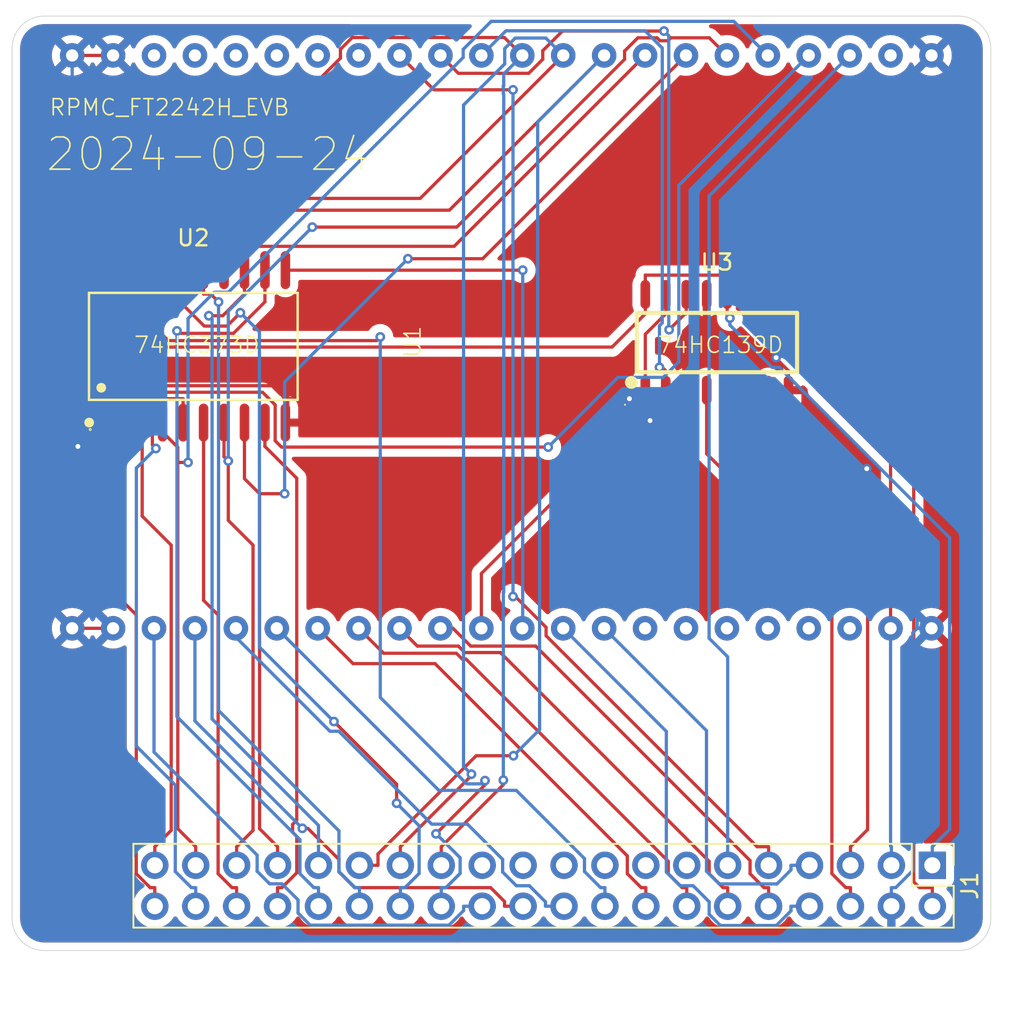
<source format=kicad_pcb>
(kicad_pcb (version 20240108) (generator "pcbnew") (generator_version "8.0")
  (layers (0 "F.Cu" signal) (31 "B.Cu" signal) (34 "B.Paste" user) (35 "F.Paste" user) (36 "B.SilkS" user "B.Silkscreen") (37 "F.SilkS" user "F.Silkscreen") (38 "B.Mask" user) (39 "F.Mask" user) (44 "Edge.Cuts" user))
  (net 0 "")
  (net 1 "/A9")
  (net 2 "/INT")
  (net 3 "/A4")
  (net 4 "/A14")
  (net 5 "/SLTSL_0")
  (net 6 "/D4")
  (net 7 "/SLTSL_1")
  (net 8 "/A13")
  (net 9 "/M1")
  (net 10 "/A7")
  (net 11 "/D7")
  (net 12 "/A3")
  (net 13 "/D5")
  (net 14 "/D0")
  (net 15 "GND")
  (net 16 "/+5V")
  (net 17 "/D6")
  (net 18 "/RFSH")
  (net 19 "/IORQ")
  (net 20 "/A5")
  (net 21 "/MREQ")
  (net 22 "/A8")
  (net 23 "/A15")
  (net 24 "/RD")
  (net 25 "/D1")
  (net 26 "/A2")
  (net 27 "/A0")
  (net 28 "/WAIT")
  (net 29 "/A12")
  (net 30 "/D3")
  (net 31 "/RESET")
  (net 32 "/A10")
  (net 33 "/WR")
  (net 34 "/A11")
  (net 35 "/CLOCK")
  (net 36 "/A6")
  (net 37 "/A1")
  (net 38 "/D2")
  (net 39 "/SOUNDIN")
  (net 40 "/BUSDIR")
  (net 49 "/ALE")
  (net 50 "/CS")
  (net 52 "/SLT")
  (net 57 "/M_IO")
  (footprint "footprint:FT2232H_EVB" (layer "F.Cu") (at 129.09 71.97 90)
    (property "Reference" "U1")
    (property "Value" "~")
  )
  (footprint "footprint:SOIC-20_L13.0-W7.6-P1.27-LS10.3-BL" (layer "F.Cu") (at 113.75 72.25)
    (property "Reference" "U2")
    (property "Value" "74HC373")
  )
  (footprint "footprint:SOIC-16_L10.8-W4.5-P1.27-LS6.8-BL" (layer "F.Cu") (at 146.25 72)
    (property "Reference" "U3")
    (property "Value" "74LS139")
  )
  (footprint "Connector_PinHeader_2.54mm:PinHeader_2x20_P2.54mm_Vertical" (layer "F.Cu") (at 159.62 104.46 -90)
    (property "Reference" "J1")
    (property "Value" "Conn_02x20_Odd_Even")
  )
  (gr_line (start 102.5 107.75) (end 102.5 53.75) (stroke (width 0.05)) (layer "Edge.Cuts"))
  (gr_line (start 163.25 53.75) (end 163.25 107.75) (stroke (width 0.05)) (layer "Edge.Cuts"))
  (gr_arc (start 102.5 53.75) (mid 103.085786 52.335786) (end 104.5 51.75) (stroke (width 0.05)) (layer "Edge.Cuts"))
  (gr_arc (start 161.25 51.75) (mid 162.664214 52.335786) (end 163.25 53.75) (stroke (width 0.05)) (layer "Edge.Cuts"))
  (gr_line (start 161.25 109.75) (end 104.5 109.75) (stroke (width 0.05)) (layer "Edge.Cuts"))
  (gr_arc (start 104.5 109.75) (mid 103.085786 109.164214) (end 102.5 107.75) (stroke (width 0.05)) (layer "Edge.Cuts"))
  (gr_line (start 104.5 51.75) (end 161.25 51.75) (stroke (width 0.05)) (layer "Edge.Cuts"))
  (gr_arc (start 163.25 107.75) (mid 162.664214 109.164214) (end 161.25 109.75) (stroke (width 0.05)) (layer "Edge.Cuts"))
  (gr_text "74HC373D" (at 110 72.75 0) (layer "F.SilkS") (effects (font (size 1 1) (thickness 0.1)) (justify left bottom)))
  (gr_text "2024-09-24" (at 104.5 61.5 0) (layer "F.SilkS") (effects (font (size 2 2) (thickness 0.1)) (justify left bottom)))
  (gr_text "74HC139D" (at 142.5 72.75 0) (layer "F.SilkS") (effects (font (size 1 1) (thickness 0.1)) (justify left bottom)))
  (gr_text "RPMC_FT2242H_EVB" (at 104.75 58 0) (layer "F.SilkS") (effects (font (size 1 1) (thickness 0.1)) (justify left bottom)))
  (segment (start 132.2046 105.8483) (end 123.7599 105.8483) (width 0.2) (layer "F.Cu") (net 1))
  (segment (start 122.79 104.8784) (end 122.79 104.0975) (width 0.2) (layer "F.Cu") (net 1))
  (segment (start 133.0683 106.712) (end 132.2046 105.8483) (width 0.2) (layer "F.Cu") (net 1))
  (segment (start 122.79 104.0975) (end 120.8596 102.1671) (width 0.2) (layer "F.Cu") (net 1))
  (segment (start 120.8596 102.1671) (end 120.5165 102.1671) (width 0.2) (layer "F.Cu") (net 1))
  (segment (start 123.7599 105.8483) (end 122.79 104.8784) (width 0.2) (layer "F.Cu") (net 1))
  (segment (start 134.22 107) (end 133.0683 107) (width 0.2) (layer "F.Cu") (net 1))
  (segment (start 133.0683 107) (end 133.0683 106.712) (width 0.2) (layer "F.Cu") (net 1))
  (via (at 120.5165 102.1671) (size 0.6) (drill 0.3) (layers "F.Cu" "B.Cu") (net 1))
  (segment (start 113.85 89.75) (end 113.85 95.5006) (width 0.2) (layer "B.Cu") (net 1))
  (segment (start 113.85 95.5006) (end 120.5165 102.1671) (width 0.2) (layer "B.Cu") (net 1))
  (segment (start 116.2421 71.4409) (end 112.8865 71.4409) (width 0.2) (layer "F.Cu") (net 3))
  (segment (start 112.8865 71.4409) (end 112.7358 71.2902) (width 0.2) (layer "F.Cu") (net 3))
  (segment (start 118.195 67.52) (end 118.195 69.488) (width 0.2) (layer "F.Cu") (net 3))
  (segment (start 118.195 69.488) (end 116.2421 71.4409) (width 0.2) (layer "F.Cu") (net 3))
  (via (at 112.7358 71.2902) (size 0.6) (drill 0.3) (layers "F.Cu" "B.Cu") (net 3))
  (segment (start 120.3683 102.8697) (end 120.3683 104.9846) (width 0.2) (layer "B.Cu") (net 3))
  (segment (start 112.7358 71.2902) (end 112.7358 95.2372) (width 0.2) (layer "B.Cu") (net 3))
  (segment (start 121.232 105.8483) (end 121.52 105.8483) (width 0.2) (layer "B.Cu") (net 3))
  (segment (start 112.7358 95.2372) (end 120.3683 102.8697) (width 0.2) (layer "B.Cu") (net 3))
  (segment (start 121.52 107) (end 121.52 105.8483) (width 0.2) (layer "B.Cu") (net 3))
  (segment (start 120.3683 104.9846) (end 121.232 105.8483) (width 0.2) (layer "B.Cu") (net 3))
  (segment (start 146.632 105.8483) (end 146.92 105.8483) (width 0.2) (layer "F.Cu") (net 4))
  (segment (start 127.6548 90.8548) (end 130.2013 90.8548) (width 0.2) (layer "F.Cu") (net 4))
  (segment (start 145.7683 104.9846) (end 146.632 105.8483) (width 0.2) (layer "F.Cu") (net 4))
  (segment (start 130.2013 90.8548) (end 130.6015 91.255) (width 0.2) (layer "F.Cu") (net 4))
  (segment (start 132.8077 91.255) (end 145.7683 104.2156) (width 0.2) (layer "F.Cu") (net 4))
  (segment (start 130.6015 91.255) (end 132.8077 91.255) (width 0.2) (layer "F.Cu") (net 4))
  (segment (start 146.92 107) (end 146.92 105.8483) (width 0.2) (layer "F.Cu") (net 4))
  (segment (start 145.7683 104.2156) (end 145.7683 104.9846) (width 0.2) (layer "F.Cu") (net 4))
  (segment (start 126.55 89.75) (end 127.6548 90.8548) (width 0.2) (layer "F.Cu") (net 4))
  (segment (start 146.885 69.0282) (end 146.885 70.3226) (width 0.2) (layer "F.Cu") (net 5))
  (segment (start 146.885 70.3226) (end 147.0554 70.493) (width 0.2) (layer "F.Cu") (net 5))
  (via (at 147.0554 70.493) (size 0.6) (drill 0.3) (layers "F.Cu" "B.Cu") (net 5))
  (segment (start 159.62 103.3083) (end 160.6946 102.2337) (width 0.2) (layer "B.Cu") (net 5))
  (segment (start 160.6946 102.2337) (end 160.6946 84.1299) (width 0.2) (layer "B.Cu") (net 5))
  (segment (start 147.0554 70.926) (end 147.0554 70.493) (width 0.2) (layer "B.Cu") (net 5))
  (segment (start 159.62 104.46) (end 159.62 103.3083) (width 0.2) (layer "B.Cu") (net 5))
  (segment (start 160.6946 84.1299) (end 150.1137 73.549) (width 0.2) (layer "B.Cu") (net 5))
  (segment (start 149.6784 73.549) (end 147.0554 70.926) (width 0.2) (layer "B.Cu") (net 5))
  (segment (start 150.1137 73.549) (end 149.6784 73.549) (width 0.2) (layer "B.Cu") (net 5))
  (segment (start 115.5777 70.349) (end 114.7134 70.349) (width 0.2) (layer "F.Cu") (net 6))
  (segment (start 129.9417 66.0383) (end 141.79 54.19) (width 0.2) (layer "F.Cu") (net 6))
  (segment (start 116.925 66.0383) (end 129.9417 66.0383) (width 0.2) (layer "F.Cu") (net 6))
  (segment (start 116.925 69.0017) (end 115.5777 70.349) (width 0.2) (layer "F.Cu") (net 6))
  (segment (start 116.925 66.7791) (end 116.925 66.0383) (width 0.2) (layer "F.Cu") (net 6))
  (segment (start 116.925 66.7791) (end 116.925 67.52) (width 0.2) (layer "F.Cu") (net 6))
  (segment (start 116.925 67.52) (end 116.925 69.0017) (width 0.2) (layer "F.Cu") (net 6))
  (via (at 114.7134 70.349) (size 0.6) (drill 0.3) (layers "F.Cu" "B.Cu") (net 6))
  (segment (start 121.52 104.46) (end 121.52 103.3083) (width 0.2) (layer "B.Cu") (net 6))
  (segment (start 121.5199 101.9848) (end 121.5199 103.3083) (width 0.2) (layer "B.Cu") (net 6))
  (segment (start 114.9137 95.3786) (end 121.5199 101.9848) (width 0.2) (layer "B.Cu") (net 6))
  (segment (start 114.7134 70.349) (end 114.9137 70.5493) (width 0.2) (layer "B.Cu") (net 6))
  (segment (start 121.5199 103.3083) (end 121.52 103.3083) (width 0.2) (layer "B.Cu") (net 6))
  (segment (start 114.9137 70.5493) (end 114.9137 95.3786) (width 0.2) (layer "B.Cu") (net 6))
  (segment (start 159.62 105.8483) (end 158.8282 105.8483) (width 0.2) (layer "F.Cu") (net 7))
  (segment (start 148.1565 69.0297) (end 148.155 69.0282) (width 0.2) (layer "F.Cu") (net 7))
  (segment (start 158.4683 80.069) (end 148.1566 69.7573) (width 0.2) (layer "F.Cu") (net 7))
  (segment (start 158.4683 105.4884) (end 158.4683 80.069) (width 0.2) (layer "F.Cu") (net 7))
  (segment (start 158.8282 105.8483) (end 158.4683 105.4884) (width 0.2) (layer "F.Cu") (net 7))
  (segment (start 148.1566 69.7573) (end 148.1565 69.7573) (width 0.2) (layer "F.Cu") (net 7))
  (segment (start 148.1565 69.7573) (end 148.1565 69.0297) (width 0.2) (layer "F.Cu") (net 7))
  (segment (start 159.62 107) (end 159.62 105.8483) (width 0.2) (layer "F.Cu") (net 7))
  (segment (start 125.5573 91.2973) (end 130.0758 91.2973) (width 0.2) (layer "F.Cu") (net 8))
  (segment (start 130.6723 91.6567) (end 143.2283 104.2127) (width 0.2) (layer "F.Cu") (net 8))
  (segment (start 144.092 105.8483) (end 144.38 105.8483) (width 0.2) (layer "F.Cu") (net 8))
  (segment (start 143.2283 104.2127) (end 143.2283 104.9846) (width 0.2) (layer "F.Cu") (net 8))
  (segment (start 130.4352 91.6567) (end 130.6723 91.6567) (width 0.2) (layer "F.Cu") (net 8))
  (segment (start 143.2283 104.9846) (end 144.092 105.8483) (width 0.2) (layer "F.Cu") (net 8))
  (segment (start 130.0758 91.2973) (end 130.4352 91.6567) (width 0.2) (layer "F.Cu") (net 8))
  (segment (start 144.38 107) (end 144.38 105.8483) (width 0.2) (layer "F.Cu") (net 8))
  (segment (start 124.01 89.75) (end 125.5573 91.2973) (width 0.2) (layer "F.Cu") (net 8))
  (segment (start 131.8556 99.4658) (end 131.8556 99.2037) (width 0.2) (layer "F.Cu") (net 10))
  (segment (start 109.305 67.52) (end 109.305 69.0017) (width 0.2) (layer "F.Cu") (net 10))
  (segment (start 112.1961 71.8928) (end 125.1257 71.8928) (width 0.2) (layer "F.Cu") (net 10))
  (segment (start 109.305 69.0017) (end 112.1961 71.8928) (width 0.2) (layer "F.Cu") (net 10))
  (segment (start 128.8129 102.5085) (end 131.8556 99.4658) (width 0.2) (layer "F.Cu") (net 10))
  (segment (start 125.1257 71.8928) (end 125.3539 71.6646) (width 0.2) (layer "F.Cu") (net 10))
  (via (at 131.8556 99.2037) (size 0.6) (drill 0.3) (layers "F.Cu" "B.Cu") (net 10))
  (via (at 128.8129 102.5085) (size 0.6) (drill 0.3) (layers "F.Cu" "B.Cu") (net 10))
  (via (at 125.3539 71.6646) (size 0.6) (drill 0.3) (layers "F.Cu" "B.Cu") (net 10))
  (segment (start 128.8129 102.5086) (end 128.8129 102.5085) (width 0.2) (layer "B.Cu") (net 10))
  (segment (start 125.3539 71.6646) (end 125.3539 94.0435) (width 0.2) (layer "B.Cu") (net 10))
  (segment (start 130.3109 104.9653) (end 130.3109 103.9918) (width 0.2) (layer "B.Cu") (net 10))
  (segment (start 128.8277 102.5086) (end 128.8129 102.5086) (width 0.2) (layer "B.Cu") (net 10))
  (segment (start 129.4279 105.8483) (end 130.3109 104.9653) (width 0.2) (layer "B.Cu") (net 10))
  (segment (start 130.3109 103.9918) (end 128.8277 102.5086) (width 0.2) (layer "B.Cu") (net 10))
  (segment (start 129.14 105.8483) (end 129.4279 105.8483) (width 0.2) (layer "B.Cu") (net 10))
  (segment (start 125.3539 94.0435) (end 130.717 99.4066) (width 0.2) (layer "B.Cu") (net 10))
  (segment (start 131.6527 99.4066) (end 131.8556 99.2037) (width 0.2) (layer "B.Cu") (net 10))
  (segment (start 130.717 99.4066) (end 131.6527 99.4066) (width 0.2) (layer "B.Cu") (net 10))
  (segment (start 129.14 107) (end 129.14 105.8483) (width 0.2) (layer "B.Cu") (net 10))
  (segment (start 122.8816 53.8141) (end 122.8816 54.3581) (width 0.2) (layer "F.Cu") (net 11))
  (segment (start 132.9929 99.4554) (end 132.9929 99.1751) (width 0.2) (layer "F.Cu") (net 11))
  (segment (start 110.575 67.52) (end 110.575 66.0383) (width 0.2) (layer "F.Cu") (net 11))
  (segment (start 111.2014 66.0383) (end 110.575 66.0383) (width 0.2) (layer "F.Cu") (net 11))
  (segment (start 134.17 54.19) (end 133.0595 53.0795) (width 0.2) (layer "F.Cu") (net 11))
  (segment (start 123.6162 53.0795) (end 122.8816 53.8141) (width 0.2) (layer "F.Cu") (net 11))
  (segment (start 129.14 103.3083) (end 132.9929 99.4554) (width 0.2) (layer "F.Cu") (net 11))
  (segment (start 129.14 104.46) (end 129.14 103.3083) (width 0.2) (layer "F.Cu") (net 11))
  (segment (start 133.0595 53.0795) (end 123.6162 53.0795) (width 0.2) (layer "F.Cu") (net 11))
  (segment (start 122.8816 54.3581) (end 111.2014 66.0383) (width 0.2) (layer "F.Cu") (net 11))
  (via (at 132.9929 99.1751) (size 0.6) (drill 0.3) (layers "F.Cu" "B.Cu") (net 11))
  (segment (start 133.0192 56.6036) (end 133.0192 87.5036) (width 0.2) (layer "B.Cu") (net 11))
  (segment (start 132.9914 56.0776) (end 132.9914 56.5758) (width 0.2) (layer "B.Cu") (net 11))
  (segment (start 133.0192 55.3429) (end 133.0192 56.0498) (width 0.2) (layer "B.Cu") (net 11))
  (segment (start 133.0192 87.5036) (end 132.9929 87.5299) (width 0.2) (layer "B.Cu") (net 11))
  (segment (start 134.17 54.19) (end 134.17 54.1921) (width 0.2) (layer "B.Cu") (net 11))
  (segment (start 133.0192 56.0498) (end 132.9914 56.0776) (width 0.2) (layer "B.Cu") (net 11))
  (segment (start 132.9914 56.5758) (end 133.0192 56.6036) (width 0.2) (layer "B.Cu") (net 11))
  (segment (start 134.17 54.1921) (end 133.0192 55.3429) (width 0.2) (layer "B.Cu") (net 11))
  (segment (start 132.9929 87.5299) (end 132.9929 99.1751) (width 0.2) (layer "B.Cu") (net 11))
  (segment (start 119.2485 105.8483) (end 118.98 105.8483) (width 0.2) (layer "F.Cu") (net 12))
  (segment (start 119.9148 101.918) (end 119.9148 102.4162) (width 0.2) (layer "F.Cu") (net 12))
  (segment (start 118.195 78.4617) (end 120.1705 80.4372) (width 0.2) (layer "F.Cu") (net 12))
  (segment (start 118.98 107) (end 118.98 105.8483) (width 0.2) (layer "F.Cu") (net 12))
  (segment (start 120.1705 80.4372) (end 120.1705 101.6623) (width 0.2) (layer "F.Cu") (net 12))
  (segment (start 118.195 76.98) (end 118.195 78.4617) (width 0.2) (layer "F.Cu") (net 12))
  (segment (start 120.1705 101.6623) (end 119.9148 101.918) (width 0.2) (layer "F.Cu") (net 12))
  (segment (start 119.9148 102.4162) (end 120.1705 102.6719) (width 0.2) (layer "F.Cu") (net 12))
  (segment (start 120.1705 104.9263) (end 119.2485 105.8483) (width 0.2) (layer "F.Cu") (net 12))
  (segment (start 120.1705 102.6719) (end 120.1705 104.9263) (width 0.2) (layer "F.Cu") (net 12))
  (segment (start 115.655 66.0383) (end 117.8965 63.7968) (width 0.2) (layer "F.Cu") (net 13))
  (segment (start 117.8965 63.7968) (end 129.6432 63.7968) (width 0.2) (layer "F.Cu") (net 13))
  (segment (start 125.2117 104.46) (end 125.2117 103.7551) (width 0.2) (layer "F.Cu") (net 13))
  (segment (start 131.3063 97.6605) (end 133.6209 97.6605) (width 0.2) (layer "F.Cu") (net 13))
  (segment (start 124.06 104.46) (end 125.2117 104.46) (width 0.2) (layer "F.Cu") (net 13))
  (segment (start 115.655 67.52) (end 115.655 66.0383) (width 0.2) (layer "F.Cu") (net 13))
  (segment (start 125.2117 103.7551) (end 131.3063 97.6605) (width 0.2) (layer "F.Cu") (net 13))
  (segment (start 129.6432 63.7968) (end 139.25 54.19) (width 0.2) (layer "F.Cu") (net 13))
  (via (at 133.6209 97.6605) (size 0.6) (drill 0.3) (layers "F.Cu" "B.Cu") (net 13))
  (segment (start 135.1248 58.3152) (end 139.25 54.19) (width 0.2) (layer "B.Cu") (net 13))
  (segment (start 133.6209 97.6605) (end 135.243 96.0384) (width 0.2) (layer "B.Cu") (net 13))
  (segment (start 135.243 96.0384) (end 135.243 79.2091) (width 0.2) (layer "B.Cu") (net 13))
  (segment (start 135.243 79.2091) (end 135.1248 79.0909) (width 0.2) (layer "B.Cu") (net 13))
  (segment (start 135.1248 79.0909) (end 135.1248 58.3152) (width 0.2) (layer "B.Cu") (net 13))
  (segment (start 111.36 104.46) (end 111.36 103.3083) (width 0.2) (layer "F.Cu") (net 14))
  (segment (start 118.0445 75.096) (end 118.83 75.8815) (width 0.2) (layer "F.Cu") (net 14))
  (segment (start 110.575 82.7852) (end 110.575 76.98) (width 0.2) (layer "F.Cu") (net 14))
  (segment (start 112.3765 84.5867) (end 110.575 82.7852) (width 0.2) (layer "F.Cu") (net 14))
  (segment (start 118.83 75.8815) (end 118.83 78.1098) (width 0.2) (layer "F.Cu") (net 14))
  (segment (start 110.575 75.4983) (end 110.9773 75.096) (width 0.2) (layer "F.Cu") (net 14))
  (segment (start 119.222 78.5018) (end 135.7776 78.5018) (width 0.2) (layer "F.Cu") (net 14))
  (segment (start 111.36 103.3083) (end 112.3765 102.2918) (width 0.2) (layer "F.Cu") (net 14))
  (segment (start 118.83 78.1098) (end 119.222 78.5018) (width 0.2) (layer "F.Cu") (net 14))
  (segment (start 110.9773 75.096) (end 118.0445 75.096) (width 0.2) (layer "F.Cu") (net 14))
  (segment (start 112.3765 102.2918) (end 112.3765 84.5867) (width 0.2) (layer "F.Cu") (net 14))
  (segment (start 110.575 76.98) (end 110.575 75.4983) (width 0.2) (layer "F.Cu") (net 14))
  (via (at 135.7776 78.5018) (size 0.6) (drill 0.3) (layers "F.Cu" "B.Cu") (net 14))
  (segment (start 135.7776 78.5018) (end 140.1075 74.1719) (width 0.2) (layer "B.Cu") (net 14))
  (segment (start 143.8869 62.2531) (end 151.95 54.19) (width 0.2) (layer "B.Cu") (net 14))
  (segment (start 142.921 74.1719) (end 143.8869 73.206) (width 0.2) (layer "B.Cu") (net 14))
  (segment (start 143.8869 73.206) (end 143.8869 62.2531) (width 0.2) (layer "B.Cu") (net 14))
  (segment (start 140.1075 74.1719) (end 142.921 74.1719) (width 0.2) (layer "B.Cu") (net 14))
  (segment (start 149.8999 72.975) (end 149.9276 72.9473) (width 0.2) (layer "F.Cu") (net 15))
  (segment (start 108.839 74.6943) (end 108.035 75.4983) (width 0.2) (layer "F.Cu") (net 15))
  (segment (start 108.035 76.98) (end 108.035 75.4983) (width 0.2) (layer "F.Cu") (net 15))
  (segment (start 108.035 77.7208) (end 108.035 76.98) (width 0.2) (layer "F.Cu") (net 15))
  (segment (start 119.465 76.98) (end 119.465 75.4983) (width 0.2) (layer "F.Cu") (net 15))
  (segment (start 145.615 72.5001) (end 149.425 72.5001) (width 0.2) (layer "F.Cu") (net 15))
  (segment (start 144.345 74.9718) (end 144.345 73.7701) (width 0.2) (layer "F.Cu") (net 15))
  (segment (start 149.8999 72.975) (end 150.695 73.7701) (width 0.2) (layer "F.Cu") (net 15))
  (segment (start 150.695 74.9718) (end 150.695 73.7701) (width 0.2) (layer "F.Cu") (net 15))
  (segment (start 106.23 54.19) (end 108.77 54.19) (width 0.2) (layer "F.Cu") (net 15))
  (segment (start 150.695 76.1735) (end 154.3633 79.8418) (width 0.2) (layer "F.Cu") (net 15))
  (segment (start 118.661 74.6943) (end 108.839 74.6943) (width 0.2) (layer "F.Cu") (net 15))
  (segment (start 149.425 72.5001) (end 149.8999 72.975) (width 0.2) (layer "F.Cu") (net 15))
  (segment (start 145.615 69.0282) (end 145.615 72.5001) (width 0.2) (layer "F.Cu") (net 15))
  (segment (start 144.345 76.1735) (end 142.784 76.1735) (width 0.2) (layer "F.Cu") (net 15))
  (segment (start 106.23 89.75) (end 108.77 89.75) (width 0.2) (layer "F.Cu") (net 15))
  (segment (start 144.345 73.7701) (end 145.615 72.5001) (width 0.2) (layer "F.Cu") (net 15))
  (segment (start 150.695 74.9718) (end 150.695 76.1735) (width 0.2) (layer "F.Cu") (net 15))
  (segment (start 144.345 74.9718) (end 144.345 76.1735) (width 0.2) (layer "F.Cu") (net 15))
  (segment (start 119.465 75.4983) (end 140.8181 75.4983) (width 0.2) (layer "F.Cu") (net 15))
  (segment (start 108.035 78.4617) (end 106.5853 78.4617) (width 0.2) (layer "F.Cu") (net 15))
  (segment (start 154.3633 79.8418) (end 155.5512 79.8418) (width 0.2) (layer "F.Cu") (net 15))
  (segment (start 142.784 76.1735) (end 142.1016 76.8559) (width 0.2) (layer "F.Cu") (net 15))
  (segment (start 119.465 75.4983) (end 118.661 74.6943) (width 0.2) (layer "F.Cu") (net 15))
  (segment (start 108.035 77.7208) (end 108.035 78.4617) (width 0.2) (layer "F.Cu") (net 15))
  (via (at 142.1016 76.8559) (size 0.6) (drill 0.3) (layers "F.Cu" "B.Cu") (net 15))
  (via (at 140.8181 75.4983) (size 0.6) (drill 0.3) (layers "F.Cu" "B.Cu") (net 15))
  (via (at 106.5853 78.4617) (size 0.6) (drill 0.3) (layers "F.Cu" "B.Cu") (net 15))
  (via (at 155.5512 79.8418) (size 0.6) (drill 0.3) (layers "F.Cu" "B.Cu") (net 15))
  (via (at 149.9276 72.9473) (size 0.6) (drill 0.3) (layers "F.Cu" "B.Cu") (net 15))
  (segment (start 157.08 105.8483) (end 157.3485 105.8483) (width 0.2) (layer "B.Cu") (net 15))
  (segment (start 149.9276 63.8324) (end 149.9276 72.9473) (width 0.2) (layer "B.Cu") (net 15))
  (segment (start 157.3485 105.8483) (end 158.41 104.7868) (width 0.2) (layer "B.Cu") (net 15))
  (segment (start 159.57 54.19) (end 149.9276 63.8324) (width 0.2) (layer "B.Cu") (net 15))
  (segment (start 159.57 89.75) (end 158.6829 89.75) (width 0.2) (layer "B.Cu") (net 15))
  (segment (start 158.41 90.0229) (end 158.6829 89.75) (width 0.2) (layer "B.Cu") (net 15))
  (segment (start 158.41 104.7868) (end 158.41 90.0229) (width 0.2) (layer "B.Cu") (net 15))
  (segment (start 158.6829 82.9735) (end 155.5512 79.8418) (width 0.2) (layer "B.Cu") (net 15))
  (segment (start 140.8181 75.5724) (end 140.8181 75.4983) (width 0.2) (layer "B.Cu") (net 15))
  (segment (start 157.08 107) (end 157.08 105.8483) (width 0.2) (layer "B.Cu") (net 15))
  (segment (start 108.77 89.75) (end 106.5853 87.5653) (width 0.2) (layer "B.Cu") (net 15))
  (segment (start 106.5853 87.5653) (end 106.5853 78.4617) (width 0.2) (layer "B.Cu") (net 15))
  (segment (start 158.6829 89.75) (end 158.6829 82.9735) (width 0.2) (layer "B.Cu") (net 15))
  (segment (start 106.23 78.1064) (end 106.23 54.19) (width 0.2) (layer "B.Cu") (net 15))
  (segment (start 106.5853 78.4617) (end 106.23 78.1064) (width 0.2) (layer "B.Cu") (net 15))
  (segment (start 142.1016 76.8559) (end 140.8181 75.5724) (width 0.2) (layer "B.Cu") (net 15))
  (segment (start 108.035 67.52) (end 108.035 69.0017) (width 0.2) (layer "F.Cu") (net 16))
  (segment (start 152.4849 74.9388) (end 152.4849 74.6536) (width 0.2) (layer "F.Cu") (net 16))
  (segment (start 147.52 69.8977) (end 147.52 68.1255) (width 0.2) (layer "F.Cu") (net 16))
  (segment (start 141.805 69.0282) (end 141.805 70.2299) (width 0.2) (layer "F.Cu") (net 16))
  (segment (start 157.03 79.4839) (end 152.4849 74.9388) (width 0.2) (layer "F.Cu") (net 16))
  (segment (start 147.52 68.1255) (end 147.221 67.8265) (width 0.2) (layer "F.Cu") (net 16))
  (segment (start 149.5872 71.7559) (end 149.3782 71.7559) (width 0.2) (layer "F.Cu") (net 16))
  (segment (start 139.7404 72.2945) (end 141.805 70.2299) (width 0.2) (layer "F.Cu") (net 16))
  (segment (start 152.4849 74.6536) (end 149.5872 71.7559) (width 0.2) (layer "F.Cu") (net 16))
  (segment (start 149.3782 71.7559) (end 147.52 69.8977) (width 0.2) (layer "F.Cu") (net 16))
  (segment (start 141.805 69.0282) (end 141.805 67.8265) (width 0.2) (layer "F.Cu") (net 16))
  (segment (start 157.03 89.75) (end 157.03 79.4839) (width 0.2) (layer "F.Cu") (net 16))
  (segment (start 108.035 69.0017) (end 111.3278 72.2945) (width 0.2) (layer "F.Cu") (net 16))
  (segment (start 111.3278 72.2945) (end 139.7404 72.2945) (width 0.2) (layer "F.Cu") (net 16))
  (segment (start 147.221 67.8265) (end 141.805 67.8265) (width 0.2) (layer "F.Cu") (net 16))
  (segment (start 157.03 103.2583) (end 157.03 89.75) (width 0.2) (layer "B.Cu") (net 16))
  (segment (start 157.08 103.3083) (end 157.03 103.2583) (width 0.2) (layer "B.Cu") (net 16))
  (segment (start 157.08 104.46) (end 157.08 103.3083) (width 0.2) (layer "B.Cu") (net 16))
  (segment (start 111.845 67.52) (end 111.845 66.0383) (width 0.2) (layer "F.Cu") (net 17))
  (segment (start 136.71 54.19) (end 127.8357 63.0643) (width 0.2) (layer "F.Cu") (net 17))
  (segment (start 114.8189 63.0644) (end 111.845 66.0383) (width 0.2) (layer "F.Cu") (net 17))
  (segment (start 114.8189 63.0643) (end 114.8189 63.0644) (width 0.2) (layer "F.Cu") (net 17))
  (segment (start 127.8357 63.0643) (end 114.8189 63.0643) (width 0.2) (layer "F.Cu") (net 17))
  (segment (start 131.0127 98.8956) (end 131.0127 98.8049) (width 0.2) (layer "F.Cu") (net 17))
  (segment (start 126.6 103.3083) (end 131.0127 98.8956) (width 0.2) (layer "F.Cu") (net 17))
  (segment (start 126.6 104.46) (end 126.6 103.3083) (width 0.2) (layer "F.Cu") (net 17))
  (via (at 131.0127 98.8049) (size 0.6) (drill 0.3) (layers "F.Cu" "B.Cu") (net 17))
  (segment (start 133.0786 54.7155) (end 133.0786 53.7631) (width 0.2) (layer "B.Cu") (net 17))
  (segment (start 135.632 53.112) (end 136.71 54.19) (width 0.2) (layer "B.Cu") (net 17))
  (segment (start 130.5232 57.2709) (end 133.0786 54.7155) (width 0.2) (layer "B.Cu") (net 17))
  (segment (start 130.5232 98.3154) (end 130.5232 57.2709) (width 0.2) (layer "B.Cu") (net 17))
  (segment (start 133.0786 53.7631) (end 133.7297 53.112) (width 0.2) (layer "B.Cu") (net 17))
  (segment (start 133.7297 53.112) (end 135.632 53.112) (width 0.2) (layer "B.Cu") (net 17))
  (segment (start 131.0127 98.8049) (end 130.5232 98.3154) (width 0.2) (layer "B.Cu") (net 17))
  (segment (start 154.54 104.46) (end 154.54 103.3083) (width 0.2) (layer "F.Cu") (net 19))
  (segment (start 155.6042 85.5331) (end 146.885 76.8139) (width 0.2) (layer "F.Cu") (net 19))
  (segment (start 154.54 103.3083) (end 155.6042 102.2441) (width 0.2) (layer "F.Cu") (net 19))
  (segment (start 155.6042 102.2441) (end 155.6042 85.5331) (width 0.2) (layer "F.Cu") (net 19))
  (segment (start 146.885 76.8139) (end 146.885 74.9718) (width 0.2) (layer "F.Cu") (net 19))
  (segment (start 114.385 67.52) (end 114.385 69.0017) (width 0.2) (layer "F.Cu") (net 20))
  (segment (start 114.8252 69.0017) (end 115.3155 69.492) (width 0.2) (layer "F.Cu") (net 20))
  (segment (start 114.385 69.0017) (end 114.8252 69.0017) (width 0.2) (layer "F.Cu") (net 20))
  (via (at 115.3155 69.492) (size 0.6) (drill 0.3) (layers "F.Cu" "B.Cu") (net 20))
  (segment (start 115.3155 94.8495) (end 115.3155 69.492) (width 0.2) (layer "B.Cu") (net 20))
  (segment (start 124.06 107) (end 124.06 105.8483) (width 0.2) (layer "B.Cu") (net 20))
  (segment (start 122.79 104.8468) (end 122.79 102.324) (width 0.2) (layer "B.Cu") (net 20))
  (segment (start 123.7915 105.8483) (end 122.79 104.8468) (width 0.2) (layer "B.Cu") (net 20))
  (segment (start 124.06 105.8483) (end 123.7915 105.8483) (width 0.2) (layer "B.Cu") (net 20))
  (segment (start 122.79 102.324) (end 115.3155 94.8495) (width 0.2) (layer "B.Cu") (net 20))
  (segment (start 153.3883 86.6921) (end 145.615 78.9188) (width 0.2) (layer "F.Cu") (net 21))
  (segment (start 154.54 105.8483) (end 154.252 105.8483) (width 0.2) (layer "F.Cu") (net 21))
  (segment (start 154.252 105.8483) (end 153.3883 104.9846) (width 0.2) (layer "F.Cu") (net 21))
  (segment (start 153.3883 104.9846) (end 153.3883 86.6921) (width 0.2) (layer "F.Cu") (net 21))
  (segment (start 154.54 107) (end 154.54 105.8483) (width 0.2) (layer "F.Cu") (net 21))
  (segment (start 145.615 78.9188) (end 145.615 74.9718) (width 0.2) (layer "F.Cu") (net 21))
  (segment (start 117.71 103.83) (end 117.71 104.8314) (width 0.2) (layer "B.Cu") (net 22))
  (segment (start 120.25 107.4252) (end 121.0004 108.1756) (width 0.2) (layer "B.Cu") (net 22))
  (segment (start 120.25 106.6059) (end 120.25 107.4252) (width 0.2) (layer "B.Cu") (net 22))
  (segment (start 129.6212 108.1756) (end 130.5283 107.2685) (width 0.2) (layer "B.Cu") (net 22))
  (segment (start 111.31 97.43) (end 117.71 103.83) (width 0.2) (layer "B.Cu") (net 22))
  (segment (start 117.71 104.8314) (end 118.4903 105.6117) (width 0.2) (layer "B.Cu") (net 22))
  (segment (start 121.0004 108.1756) (end 129.6212 108.1756) (width 0.2) (layer "B.Cu") (net 22))
  (segment (start 111.31 89.75) (end 111.31 97.43) (width 0.2) (layer "B.Cu") (net 22))
  (segment (start 131.68 107) (end 130.5283 107) (width 0.2) (layer "B.Cu") (net 22))
  (segment (start 130.5283 107.2685) (end 130.5283 107) (width 0.2) (layer "B.Cu") (net 22))
  (segment (start 119.2558 105.6117) (end 120.25 106.6059) (width 0.2) (layer "B.Cu") (net 22))
  (segment (start 118.4903 105.6117) (end 119.2558 105.6117) (width 0.2) (layer "B.Cu") (net 22))
  (segment (start 129.8647 89.75) (end 129.09 89.75) (width 0.2) (layer "F.Cu") (net 23))
  (segment (start 148.3083 104.9846) (end 148.3083 104.1651) (width 0.2) (layer "F.Cu") (net 23))
  (segment (start 149.46 105.8483) (end 149.172 105.8483) (width 0.2) (layer "F.Cu") (net 23))
  (segment (start 134.9965 90.8533) (end 130.968 90.8533) (width 0.2) (layer "F.Cu") (net 23))
  (segment (start 148.3083 104.1651) (end 134.9965 90.8533) (width 0.2) (layer "F.Cu") (net 23))
  (segment (start 149.46 107) (end 149.46 105.8483) (width 0.2) (layer "F.Cu") (net 23))
  (segment (start 130.968 90.8533) (end 129.8647 89.75) (width 0.2) (layer "F.Cu") (net 23))
  (segment (start 149.172 105.8483) (end 148.3083 104.9846) (width 0.2) (layer "F.Cu") (net 23))
  (segment (start 150.8483 107.2879) (end 149.9381 108.1981) (width 0.2) (layer "B.Cu") (net 24))
  (segment (start 143.11 96.15) (end 136.71 89.75) (width 0.2) (layer "B.Cu") (net 24))
  (segment (start 150.8483 107) (end 150.8483 107.2879) (width 0.2) (layer "B.Cu") (net 24))
  (segment (start 144.7741 105.73) (end 143.9616 105.73) (width 0.2) (layer "B.Cu") (net 24))
  (segment (start 149.9381 108.1981) (end 146.4659 108.1981) (width 0.2) (layer "B.Cu") (net 24))
  (segment (start 143.11 104.8784) (end 143.11 96.15) (width 0.2) (layer "B.Cu") (net 24))
  (segment (start 152 107) (end 150.8483 107) (width 0.2) (layer "B.Cu") (net 24))
  (segment (start 143.9616 105.73) (end 143.11 104.8784) (width 0.2) (layer "B.Cu") (net 24))
  (segment (start 145.7683 106.7242) (end 144.7741 105.73) (width 0.2) (layer "B.Cu") (net 24))
  (segment (start 145.7683 107.5005) (end 145.7683 106.7242) (width 0.2) (layer "B.Cu") (net 24))
  (segment (start 146.4659 108.1981) (end 145.7683 107.5005) (width 0.2) (layer "B.Cu") (net 24))
  (segment (start 113.4227 79.455) (end 112.7863 79.455) (width 0.2) (layer "F.Cu") (net 25))
  (segment (start 112.7863 78.5162) (end 111.845 77.5749) (width 0.2) (layer "F.Cu") (net 25))
  (segment (start 111.845 77.5749) (end 111.845 76.98) (width 0.2) (layer "F.Cu") (net 25))
  (segment (start 113.9 103.3083) (end 112.7863 102.1946) (width 0.2) (layer "F.Cu") (net 25))
  (segment (start 112.7863 102.1946) (end 112.7863 79.455) (width 0.2) (layer "F.Cu") (net 25))
  (segment (start 113.9 104.46) (end 113.9 103.3083) (width 0.2) (layer "F.Cu") (net 25))
  (segment (start 112.7863 79.455) (end 112.7863 78.5162) (width 0.2) (layer "F.Cu") (net 25))
  (via (at 113.4227 79.455) (size 0.6) (drill 0.3) (layers "F.Cu" "B.Cu") (net 25))
  (segment (start 115.9289 68.8903) (end 115.0512 68.8903) (width 0.2) (layer "B.Cu") (net 25))
  (segment (start 113.4227 70.5188) (end 113.4227 79.455) (width 0.2) (layer "B.Cu") (net 25))
  (segment (start 130.5016 54.3176) (end 115.9289 68.8903) (width 0.2) (layer "B.Cu") (net 25))
  (segment (start 132.2397 52.076) (end 130.5016 53.8141) (width 0.2) (layer "B.Cu") (net 25))
  (segment (start 115.0512 68.8903) (end 113.4227 70.5188) (width 0.2) (layer "B.Cu") (net 25))
  (segment (start 149.41 54.19) (end 147.296 52.076) (width 0.2) (layer "B.Cu") (net 25))
  (segment (start 130.5016 53.8141) (end 130.5016 54.3176) (width 0.2) (layer "B.Cu") (net 25))
  (segment (start 147.296 52.076) (end 132.2397 52.076) (width 0.2) (layer "B.Cu") (net 25))
  (segment (start 114.385 88.0155) (end 114.385 76.98) (width 0.2) (layer "F.Cu") (net 26))
  (segment (start 116.44 105.8483) (end 116.152 105.8483) (width 0.2) (layer "F.Cu") (net 26))
  (segment (start 116.44 107) (end 116.44 105.8483) (width 0.2) (layer "F.Cu") (net 26))
  (segment (start 115.2883 88.9188) (end 114.385 88.0155) (width 0.2) (layer "F.Cu") (net 26))
  (segment (start 116.152 105.8483) (end 115.2883 104.9846) (width 0.2) (layer "F.Cu") (net 26))
  (segment (start 115.2883 104.9846) (end 115.2883 88.9188) (width 0.2) (layer "F.Cu") (net 26))
  (segment (start 109.305 88.0155) (end 109.305 76.98) (width 0.2) (layer "F.Cu") (net 27))
  (segment (start 111.36 105.8483) (end 111.072 105.8483) (width 0.2) (layer "F.Cu") (net 27))
  (segment (start 111.072 105.8483) (end 110.2083 104.9846) (width 0.2) (layer "F.Cu") (net 27))
  (segment (start 111.36 107) (end 111.36 105.8483) (width 0.2) (layer "F.Cu") (net 27))
  (segment (start 110.2083 88.9188) (end 109.305 88.0155) (width 0.2) (layer "F.Cu") (net 27))
  (segment (start 110.2083 104.9846) (end 110.2083 88.9188) (width 0.2) (layer "F.Cu") (net 27))
  (segment (start 135.6463 90.2119) (end 135.6463 89.6877) (width 0.2) (layer "F.Cu") (net 28))
  (segment (start 133.7376 87.779) (end 133.5946 87.779) (width 0.2) (layer "F.Cu") (net 28))
  (segment (start 133.5931 56.3267) (end 128.6867 56.3267) (width 0.2) (layer "F.Cu") (net 28))
  (segment (start 149.46 104.46) (end 149.46 103.3083) (width 0.2) (layer "F.Cu") (net 28))
  (segment (start 149.46 103.3083) (end 148.7427 103.3083) (width 0.2) (layer "F.Cu") (net 28))
  (segment (start 128.6867 56.3267) (end 126.55 54.19) (width 0.2) (layer "F.Cu") (net 28))
  (segment (start 148.7427 103.3083) (end 135.6463 90.2119) (width 0.2) (layer "F.Cu") (net 28))
  (segment (start 135.6463 89.6877) (end 133.7376 87.779) (width 0.2) (layer "F.Cu") (net 28))
  (via (at 133.5931 56.3267) (size 0.6) (drill 0.3) (layers "F.Cu" "B.Cu") (net 28))
  (via (at 133.5946 87.779) (size 0.6) (drill 0.3) (layers "F.Cu" "B.Cu") (net 28))
  (segment (start 133.5946 87.779) (end 133.5931 87.7775) (width 0.2) (layer "B.Cu") (net 28))
  (segment (start 133.5931 87.7775) (end 133.5931 56.3267) (width 0.2) (layer "B.Cu") (net 28))
  (segment (start 140.6883 103.877) (end 128.7544 91.9431) (width 0.2) (layer "F.Cu") (net 29))
  (segment (start 141.84 105.8483) (end 141.552 105.8483) (width 0.2) (layer "F.Cu") (net 29))
  (segment (start 141.552 105.8483) (end 140.6883 104.9846) (width 0.2) (layer "F.Cu") (net 29))
  (segment (start 123.6631 91.9431) (end 121.47 89.75) (width 0.2) (layer "F.Cu") (net 29))
  (segment (start 141.84 107) (end 141.84 105.8483) (width 0.2) (layer "F.Cu") (net 29))
  (segment (start 140.6883 104.9846) (end 140.6883 103.877) (width 0.2) (layer "F.Cu") (net 29))
  (segment (start 128.7544 91.9431) (end 123.6631 91.9431) (width 0.2) (layer "F.Cu") (net 29))
  (segment (start 118.98 104.46) (end 118.98 103.3083) (width 0.2) (layer "F.Cu") (net 30))
  (segment (start 117.8623 102.1906) (end 117.8623 81.3952) (width 0.2) (layer "F.Cu") (net 30))
  (segment (start 118.98 103.3083) (end 117.8623 102.1906) (width 0.2) (layer "F.Cu") (net 30))
  (segment (start 131.71 66.81) (end 127.0704 66.81) (width 0.2) (layer "F.Cu") (net 30))
  (segment (start 116.925 80.4579) (end 116.925 76.98) (width 0.2) (layer "F.Cu") (net 30))
  (segment (start 117.8623 81.3952) (end 116.925 80.4579) (width 0.2) (layer "F.Cu") (net 30))
  (segment (start 117.8623 81.3952) (end 119.4183 81.3952) (width 0.2) (layer "F.Cu") (net 30))
  (segment (start 144.33 54.19) (end 131.71 66.81) (width 0.2) (layer "F.Cu") (net 30))
  (via (at 119.4183 81.3952) (size 0.6) (drill 0.3) (layers "F.Cu" "B.Cu") (net 30))
  (via (at 127.0704 66.81) (size 0.6) (drill 0.3) (layers "F.Cu" "B.Cu") (net 30))
  (segment (start 127.0704 66.81) (end 119.4183 74.4621) (width 0.2) (layer "B.Cu") (net 30))
  (segment (start 119.4183 74.4621) (end 119.4183 81.3952) (width 0.2) (layer "B.Cu") (net 30))
  (segment (start 145.765 90.369) (end 145.765 62.915) (width 0.2) (layer "B.Cu") (net 31))
  (segment (start 145.765 62.915) (end 154.49 54.19) (width 0.2) (layer "B.Cu") (net 31))
  (segment (start 146.92 104.46) (end 146.92 91.524) (width 0.2) (layer "B.Cu") (net 31))
  (segment (start 146.92 91.524) (end 145.765 90.369) (width 0.2) (layer "B.Cu") (net 31))
  (segment (start 122.78 96.14) (end 122.2294 96.14) (width 0.2) (layer "B.Cu") (net 32))
  (segment (start 135.6083 107) (end 135.6083 106.7315) (width 0.2) (layer "B.Cu") (net 32))
  (segment (start 130.7633 101.9068) (end 128.5468 101.9068) (width 0.2) (layer "B.Cu") (net 32))
  (segment (start 135.6083 106.7315) (end 134.6068 105.73) (width 0.2) (layer "B.Cu") (net 32))
  (segment (start 116.39 90.3006) (end 116.39 89.75) (width 0.2) (layer "B.Cu") (net 32))
  (segment (start 132.95 104.0935) (end 130.7633 101.9068) (width 0.2) (layer "B.Cu") (net 32))
  (segment (start 128.5468 101.9068) (end 122.78 96.14) (width 0.2) (layer "B.Cu") (net 32))
  (segment (start 134.6068 105.73) (end 133.8016 105.73) (width 0.2) (layer "B.Cu") (net 32))
  (segment (start 136.76 107) (end 135.6083 107) (width 0.2) (layer "B.Cu") (net 32))
  (segment (start 122.2294 96.14) (end 116.39 90.3006) (width 0.2) (layer "B.Cu") (net 32))
  (segment (start 132.95 104.8784) (end 132.95 104.0935) (width 0.2) (layer "B.Cu") (net 32))
  (segment (start 133.8016 105.73) (end 132.95 104.8784) (width 0.2) (layer "B.Cu") (net 32))
  (segment (start 145.6011 96.1011) (end 145.6011 104.8296) (width 0.2) (layer "B.Cu") (net 33))
  (segment (start 146.3891 105.6176) (end 149.9786 105.6176) (width 0.2) (layer "B.Cu") (net 33))
  (segment (start 150.8483 104.7479) (end 150.8483 104.46) (width 0.2) (layer "B.Cu") (net 33))
  (segment (start 152 104.46) (end 150.8483 104.46) (width 0.2) (layer "B.Cu") (net 33))
  (segment (start 149.9786 105.6176) (end 150.8483 104.7479) (width 0.2) (layer "B.Cu") (net 33))
  (segment (start 145.6011 104.8296) (end 146.3891 105.6176) (width 0.2) (layer "B.Cu") (net 33))
  (segment (start 139.25 89.75) (end 145.6011 96.1011) (width 0.2) (layer "B.Cu") (net 33))
  (segment (start 139.3 107) (end 139.3 105.8483) (width 0.2) (layer "B.Cu") (net 34))
  (segment (start 138.03 104.0443) (end 138.03 104.8468) (width 0.2) (layer "B.Cu") (net 34))
  (segment (start 133.794 99.8083) (end 138.03 104.0443) (width 0.2) (layer "B.Cu") (net 34))
  (segment (start 139.0315 105.8483) (end 139.3 105.8483) (width 0.2) (layer "B.Cu") (net 34))
  (segment (start 138.03 104.8468) (end 139.0315 105.8483) (width 0.2) (layer "B.Cu") (net 34))
  (segment (start 128.9883 99.8083) (end 133.794 99.8083) (width 0.2) (layer "B.Cu") (net 34))
  (segment (start 118.93 89.75) (end 128.9883 99.8083) (width 0.2) (layer "B.Cu") (net 34))
  (segment (start 126.369 100.6087) (end 126.369 99.4288) (width 0.2) (layer "F.Cu") (net 36))
  (segment (start 113.115 69.6789) (end 113.115 67.52) (width 0.2) (layer "F.Cu") (net 36))
  (segment (start 115.8428 70.9893) (end 114.4254 70.9893) (width 0.2) (layer "F.Cu") (net 36))
  (segment (start 114.4254 70.9893) (end 113.115 69.6789) (width 0.2) (layer "F.Cu") (net 36))
  (segment (start 116.6691 70.163) (end 115.8428 70.9893) (width 0.2) (layer "F.Cu") (net 36))
  (segment (start 126.369 99.4288) (end 122.4785 95.5383) (width 0.2) (layer "F.Cu") (net 36))
  (via (at 116.6691 70.163) (size 0.6) (drill 0.3) (layers "F.Cu" "B.Cu") (net 36))
  (via (at 122.4785 95.5383) (size 0.6) (drill 0.3) (layers "F.Cu" "B.Cu") (net 36))
  (via (at 126.369 100.6087) (size 0.6) (drill 0.3) (layers "F.Cu" "B.Cu") (net 36))
  (segment (start 127.7656 104.9706) (end 127.7656 102.0053) (width 0.2) (layer "B.Cu") (net 36))
  (segment (start 127.7656 102.0053) (end 126.369 100.6087) (width 0.2) (layer "B.Cu") (net 36))
  (segment (start 126.8879 105.8483) (end 127.7656 104.9706) (width 0.2) (layer "B.Cu") (net 36))
  (segment (start 126.6 107) (end 126.6 105.8483) (width 0.2) (layer "B.Cu") (net 36))
  (segment (start 117.8524 71.3463) (end 116.6691 70.163) (width 0.2) (layer "B.Cu") (net 36))
  (segment (start 117.8524 90.9122) (end 117.8524 71.3463) (width 0.2) (layer "B.Cu") (net 36))
  (segment (start 122.4785 95.5383) (end 117.8524 90.9122) (width 0.2) (layer "B.Cu") (net 36))
  (segment (start 126.6 105.8483) (end 126.8879 105.8483) (width 0.2) (layer "B.Cu") (net 36))
  (segment (start 111.5546 75.4983) (end 113.115 75.4983) (width 0.2) (layer "F.Cu") (net 37))
  (segment (start 111.2084 78.3714) (end 111.2084 75.8445) (width 0.2) (layer "F.Cu") (net 37))
  (segment (start 111.2084 75.8445) (end 111.5546 75.4983) (width 0.2) (layer "F.Cu") (net 37))
  (segment (start 113.115 76.98) (end 113.115 75.4983) (width 0.2) (layer "F.Cu") (net 37))
  (segment (start 111.4261 78.5891) (end 111.2084 78.3714) (width 0.2) (layer "F.Cu") (net 37))
  (via (at 111.4261 78.5891) (size 0.6) (drill 0.3) (layers "F.Cu" "B.Cu") (net 37))
  (segment (start 112.63 104.8468) (end 113.6315 105.8483) (width 0.2) (layer "B.Cu") (net 37))
  (segment (start 110.2133 97.0652) (end 112.63 99.4819) (width 0.2) (layer "B.Cu") (net 37))
  (segment (start 112.63 99.4819) (end 112.63 104.8468) (width 0.2) (layer "B.Cu") (net 37))
  (segment (start 111.4261 78.5891) (end 110.2133 79.8019) (width 0.2) (layer "B.Cu") (net 37))
  (segment (start 113.6315 105.8483) (end 113.9 105.8483) (width 0.2) (layer "B.Cu") (net 37))
  (segment (start 113.9 107) (end 113.9 105.8483) (width 0.2) (layer "B.Cu") (net 37))
  (segment (start 110.2133 79.8019) (end 110.2133 97.0652) (width 0.2) (layer "B.Cu") (net 37))
  (segment (start 142.7171 53.2794) (end 142.5346 53.0969) (width 0.2) (layer "F.Cu") (net 38))
  (segment (start 116.44 104.46) (end 116.44 103.3083) (width 0.2) (layer "F.Cu") (net 38))
  (segment (start 115.9194 83.0496) (end 115.9194 79.3618) (width 0.2) (layer "F.Cu") (net 38))
  (segment (start 143.3979 53.0969) (end 143.2154 53.2794) (width 0.2) (layer "F.Cu") (net 38))
  (segment (start 116.44 103.3083) (end 117.4565 102.2918) (width 0.2) (layer "F.Cu") (net 38))
  (segment (start 115.9194 79.3618) (end 115.655 79.0974) (width 0.2) (layer "F.Cu") (net 38))
  (segment (start 141.3408 53.0969) (end 140.52 53.9177) (width 0.2) (layer "F.Cu") (net 38))
  (segment (start 130.1059 64.8462) (end 121.1351 64.8462) (width 0.2) (layer "F.Cu") (net 38))
  (segment (start 146.87 54.19) (end 145.7769 53.0969) (width 0.2) (layer "F.Cu") (net 38))
  (segment (start 115.655 79.0974) (end 115.655 76.98) (width 0.2) (layer "F.Cu") (net 38))
  (segment (start 117.4565 84.5867) (end 115.9194 83.0496) (width 0.2) (layer "F.Cu") (net 38))
  (segment (start 117.4565 102.2918) (end 117.4565 84.5867) (width 0.2) (layer "F.Cu") (net 38))
  (segment (start 140.52 53.9177) (end 140.52 54.4321) (width 0.2) (layer "F.Cu") (net 38))
  (segment (start 142.5346 53.0969) (end 141.3408 53.0969) (width 0.2) (layer "F.Cu") (net 38))
  (segment (start 143.2154 53.2794) (end 142.7171 53.2794) (width 0.2) (layer "F.Cu") (net 38))
  (segment (start 140.52 54.4321) (end 130.1059 64.8462) (width 0.2) (layer "F.Cu") (net 38))
  (segment (start 145.7769 53.0969) (end 143.3979 53.0969) (width 0.2) (layer "F.Cu") (net 38))
  (via (at 121.1351 64.8462) (size 0.6) (drill 0.3) (layers "F.Cu" "B.Cu") (net 38))
  (via (at 115.9194 79.3618) (size 0.6) (drill 0.3) (layers "F.Cu" "B.Cu") (net 38))
  (segment (start 115.9194 70.0619) (end 115.9194 79.3618) (width 0.2) (layer "B.Cu") (net 38))
  (segment (start 121.1351 64.8462) (end 115.9194 70.0619) (width 0.2) (layer "B.Cu") (net 38))
  (segment (start 119.465 67.52) (end 134.1963 67.52) (width 0.2) (layer "F.Cu") (net 49))
  (via (at 134.1963 67.52) (size 0.6) (drill 0.3) (layers "F.Cu" "B.Cu") (net 49))
  (segment (start 134.1963 89.7237) (end 134.1963 67.52) (width 0.2) (layer "B.Cu") (net 49))
  (segment (start 134.17 89.75) (end 134.1963 89.7237) (width 0.2) (layer "B.Cu") (net 49))
  (segment (start 131.63 89.75) (end 131.63 86.3485) (width 0.2) (layer "F.Cu") (net 50))
  (segment (start 143.075 69.0282) (end 143.075 70.2299) (width 0.2) (layer "F.Cu") (net 50))
  (segment (start 141.805 74.9718) (end 141.805 76.1735) (width 0.2) (layer "F.Cu") (net 50))
  (segment (start 141.805 74.9718) (end 141.805 71.4999) (width 0.2) (layer "F.Cu") (net 50))
  (segment (start 131.63 86.3485) (end 141.805 76.1735) (width 0.2) (layer "F.Cu") (net 50))
  (segment (start 141.805 71.4999) (end 143.075 70.2299) (width 0.2) (layer "F.Cu") (net 50))
  (segment (start 135.44 53.8981) (end 135.44 54.4305) (width 0.2) (layer "F.Cu") (net 52))
  (segment (start 144.345 69.0282) (end 144.345 70.2299) (width 0.2) (layer "F.Cu") (net 52))
  (segment (start 142.9662 52.6777) (end 136.6604 52.6777) (width 0.2) (layer "F.Cu") (net 52))
  (segment (start 130.1996 55.2996) (end 129.09 54.19) (width 0.2) (layer "F.Cu") (net 52))
  (segment (start 144.345 70.2299) (end 144.2716 70.2299) (width 0.2) (layer "F.Cu") (net 52))
  (segment (start 136.6604 52.6777) (end 135.44 53.8981) (width 0.2) (layer "F.Cu") (net 52))
  (segment (start 144.2716 70.2299) (end 143.2852 71.2163) (width 0.2) (layer "F.Cu") (net 52))
  (segment (start 135.44 54.4305) (end 134.5709 55.2996) (width 0.2) (layer "F.Cu") (net 52))
  (segment (start 134.5709 55.2996) (end 130.1996 55.2996) (width 0.2) (layer "F.Cu") (net 52))
  (via (at 143.2852 71.2163) (size 0.6) (drill 0.3) (layers "F.Cu" "B.Cu") (net 52))
  (via (at 142.9662 52.6777) (size 0.6) (drill 0.3) (layers "F.Cu" "B.Cu") (net 52))
  (segment (start 143.2628 52.9743) (end 142.9662 52.6777) (width 0.2) (layer "B.Cu") (net 52))
  (segment (start 143.2852 71.2163) (end 143.2628 71.1939) (width 0.2) (layer "B.Cu") (net 52))
  (segment (start 143.2628 71.1939) (end 143.2628 52.9743) (width 0.2) (layer "B.Cu") (net 52))
  (segment (start 142.858 73.5531) (end 142.6835 73.5531) (width 0.2) (layer "F.Cu") (net 57))
  (segment (start 143.075 74.9718) (end 143.075 73.7701) (width 0.2) (layer "F.Cu") (net 57))
  (segment (start 143.075 73.7701) (end 142.858 73.5531) (width 0.2) (layer "F.Cu") (net 57))
  (via (at 142.6835 73.5531) (size 0.6) (drill 0.3) (layers "F.Cu" "B.Cu") (net 57))
  (segment (start 141.7853 52.6603) (end 142.8573 53.7323) (width 0.2) (layer "B.Cu") (net 57))
  (segment (start 142.8573 70.7934) (end 142.6835 70.9672) (width 0.2) (layer "B.Cu") (net 57))
  (segment (start 133.1597 52.6603) (end 141.7853 52.6603) (width 0.2) (layer "B.Cu") (net 57))
  (segment (start 131.63 54.19) (end 133.1597 52.6603) (width 0.2) (layer "B.Cu") (net 57))
  (segment (start 142.8573 53.7323) (end 142.8573 70.7934) (width 0.2) (layer "B.Cu") (net 57))
  (segment (start 142.6835 70.9672) (end 142.6835 73.5531) (width 0.2) (layer "B.Cu") (net 57))
  (zone (net 15) (net_name "GND") (layers "F&B.Cu") (connect_pads (clearance 0.5)) (min_thickness 0.25) (fill yes (thermal_gap 0.5) (thermal_bridge_width 0.5))
    (polygon (pts (xy 102 51) (xy 102 110.25) (xy 164.5 110.75) (xy 165.25 50.75) (xy 101.75 51.25)))
  )
)
</source>
